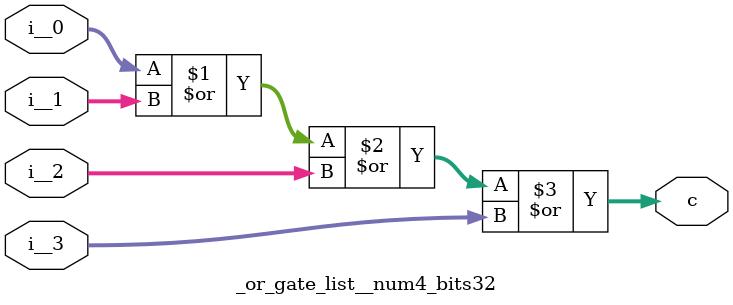
<source format=sv>
module _or_gate_list__num4_bits32 (
    input  logic [31:0] i__0,
    input  logic [31:0] i__1,
    input  logic [31:0] i__2,
    input  logic [31:0] i__3,
    output logic [31:0] c
);

    // _or_gate_list module parameters:
    //  * num = 4 (int) #  number of inputs
    //  * bits = 32 (int) #  data width

    assign c = (i__0 | i__1 | i__2 | i__3);

endmodule  // _or_gate_list__num4_bits32

</source>
